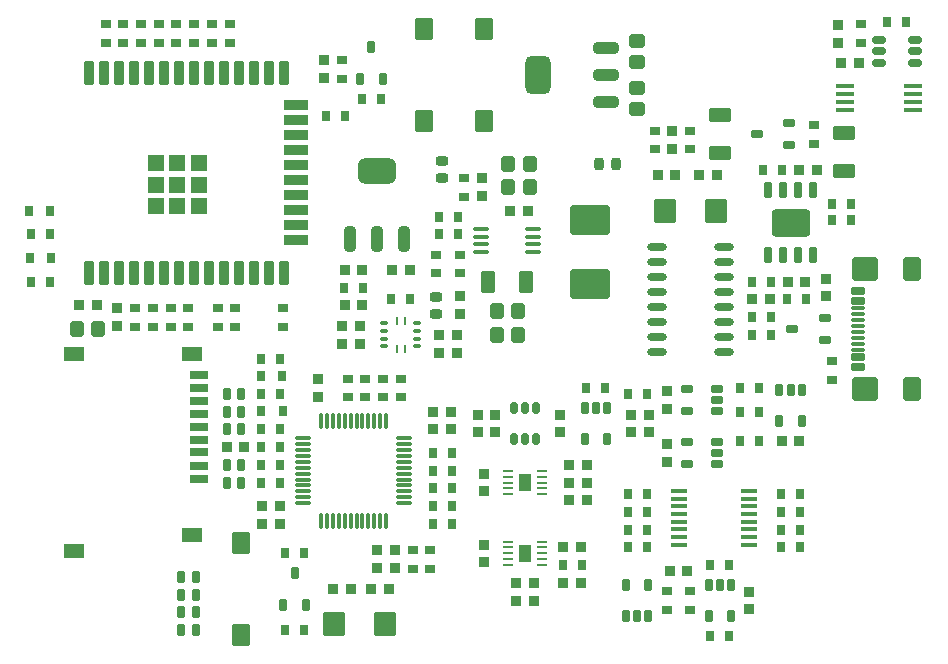
<source format=gtp>
G04*
G04 #@! TF.GenerationSoftware,Altium Limited,Altium Designer,23.1.1 (15)*
G04*
G04 Layer_Color=8421504*
%FSTAX24Y24*%
%MOIN*%
G70*
G04*
G04 #@! TF.SameCoordinates,744591E9-B7FF-4256-B3DA-537CD40D5A87*
G04*
G04*
G04 #@! TF.FilePolarity,Positive*
G04*
G01*
G75*
%ADD22R,0.0339X0.0106*%
G04:AMPARAMS|DCode=23|XSize=26mil|YSize=37mil|CornerRadius=2.6mil|HoleSize=0mil|Usage=FLASHONLY|Rotation=0.000|XOffset=0mil|YOffset=0mil|HoleType=Round|Shape=RoundedRectangle|*
%AMROUNDEDRECTD23*
21,1,0.0260,0.0318,0,0,0.0*
21,1,0.0208,0.0370,0,0,0.0*
1,1,0.0052,0.0104,-0.0159*
1,1,0.0052,-0.0104,-0.0159*
1,1,0.0052,-0.0104,0.0159*
1,1,0.0052,0.0104,0.0159*
%
%ADD23ROUNDEDRECTD23*%
%ADD24O,0.0551X0.0118*%
%ADD25O,0.0118X0.0551*%
G04:AMPARAMS|DCode=26|XSize=23.6mil|YSize=35.4mil|CornerRadius=2.4mil|HoleSize=0mil|Usage=FLASHONLY|Rotation=0.000|XOffset=0mil|YOffset=0mil|HoleType=Round|Shape=RoundedRectangle|*
%AMROUNDEDRECTD26*
21,1,0.0236,0.0307,0,0,0.0*
21,1,0.0189,0.0354,0,0,0.0*
1,1,0.0047,0.0094,-0.0154*
1,1,0.0047,-0.0094,-0.0154*
1,1,0.0047,-0.0094,0.0154*
1,1,0.0047,0.0094,0.0154*
%
%ADD26ROUNDEDRECTD26*%
G04:AMPARAMS|DCode=27|XSize=27.6mil|YSize=35.4mil|CornerRadius=2.8mil|HoleSize=0mil|Usage=FLASHONLY|Rotation=180.000|XOffset=0mil|YOffset=0mil|HoleType=Round|Shape=RoundedRectangle|*
%AMROUNDEDRECTD27*
21,1,0.0276,0.0299,0,0,180.0*
21,1,0.0220,0.0354,0,0,180.0*
1,1,0.0055,-0.0110,0.0150*
1,1,0.0055,0.0110,0.0150*
1,1,0.0055,0.0110,-0.0150*
1,1,0.0055,-0.0110,-0.0150*
%
%ADD27ROUNDEDRECTD27*%
G04:AMPARAMS|DCode=28|XSize=27.6mil|YSize=35.4mil|CornerRadius=2.8mil|HoleSize=0mil|Usage=FLASHONLY|Rotation=270.000|XOffset=0mil|YOffset=0mil|HoleType=Round|Shape=RoundedRectangle|*
%AMROUNDEDRECTD28*
21,1,0.0276,0.0299,0,0,270.0*
21,1,0.0220,0.0354,0,0,270.0*
1,1,0.0055,-0.0150,-0.0110*
1,1,0.0055,-0.0150,0.0110*
1,1,0.0055,0.0150,0.0110*
1,1,0.0055,0.0150,-0.0110*
%
%ADD28ROUNDEDRECTD28*%
%ADD29O,0.0669X0.0236*%
G04:AMPARAMS|DCode=30|XSize=23.6mil|YSize=39.4mil|CornerRadius=2.4mil|HoleSize=0mil|Usage=FLASHONLY|Rotation=180.000|XOffset=0mil|YOffset=0mil|HoleType=Round|Shape=RoundedRectangle|*
%AMROUNDEDRECTD30*
21,1,0.0236,0.0346,0,0,180.0*
21,1,0.0189,0.0394,0,0,180.0*
1,1,0.0047,-0.0094,0.0173*
1,1,0.0047,0.0094,0.0173*
1,1,0.0047,0.0094,-0.0173*
1,1,0.0047,-0.0094,-0.0173*
%
%ADD30ROUNDEDRECTD30*%
G04:AMPARAMS|DCode=31|XSize=74.8mil|YSize=78.7mil|CornerRadius=7.5mil|HoleSize=0mil|Usage=FLASHONLY|Rotation=0.000|XOffset=0mil|YOffset=0mil|HoleType=Round|Shape=RoundedRectangle|*
%AMROUNDEDRECTD31*
21,1,0.0748,0.0638,0,0,0.0*
21,1,0.0598,0.0787,0,0,0.0*
1,1,0.0150,0.0299,-0.0319*
1,1,0.0150,-0.0299,-0.0319*
1,1,0.0150,-0.0299,0.0319*
1,1,0.0150,0.0299,0.0319*
%
%ADD31ROUNDEDRECTD31*%
G04:AMPARAMS|DCode=32|XSize=23.6mil|YSize=43.3mil|CornerRadius=5.9mil|HoleSize=0mil|Usage=FLASHONLY|Rotation=270.000|XOffset=0mil|YOffset=0mil|HoleType=Round|Shape=RoundedRectangle|*
%AMROUNDEDRECTD32*
21,1,0.0236,0.0315,0,0,270.0*
21,1,0.0118,0.0433,0,0,270.0*
1,1,0.0118,-0.0157,-0.0059*
1,1,0.0118,-0.0157,0.0059*
1,1,0.0118,0.0157,0.0059*
1,1,0.0118,0.0157,-0.0059*
%
%ADD32ROUNDEDRECTD32*%
G04:AMPARAMS|DCode=33|XSize=35.4mil|YSize=35.4mil|CornerRadius=8.9mil|HoleSize=0mil|Usage=FLASHONLY|Rotation=180.000|XOffset=0mil|YOffset=0mil|HoleType=Round|Shape=RoundedRectangle|*
%AMROUNDEDRECTD33*
21,1,0.0354,0.0177,0,0,180.0*
21,1,0.0177,0.0354,0,0,180.0*
1,1,0.0177,-0.0089,0.0089*
1,1,0.0177,0.0089,0.0089*
1,1,0.0177,0.0089,-0.0089*
1,1,0.0177,-0.0089,-0.0089*
%
%ADD33ROUNDEDRECTD33*%
G04:AMPARAMS|DCode=34|XSize=45.3mil|YSize=55.1mil|CornerRadius=11.3mil|HoleSize=0mil|Usage=FLASHONLY|Rotation=90.000|XOffset=0mil|YOffset=0mil|HoleType=Round|Shape=RoundedRectangle|*
%AMROUNDEDRECTD34*
21,1,0.0453,0.0325,0,0,90.0*
21,1,0.0226,0.0551,0,0,90.0*
1,1,0.0226,0.0162,0.0113*
1,1,0.0226,0.0162,-0.0113*
1,1,0.0226,-0.0162,-0.0113*
1,1,0.0226,-0.0162,0.0113*
%
%ADD34ROUNDEDRECTD34*%
G04:AMPARAMS|DCode=35|XSize=45.3mil|YSize=55.1mil|CornerRadius=11.3mil|HoleSize=0mil|Usage=FLASHONLY|Rotation=0.000|XOffset=0mil|YOffset=0mil|HoleType=Round|Shape=RoundedRectangle|*
%AMROUNDEDRECTD35*
21,1,0.0453,0.0325,0,0,0.0*
21,1,0.0226,0.0551,0,0,0.0*
1,1,0.0226,0.0113,-0.0162*
1,1,0.0226,-0.0113,-0.0162*
1,1,0.0226,-0.0113,0.0162*
1,1,0.0226,0.0113,0.0162*
%
%ADD35ROUNDEDRECTD35*%
G04:AMPARAMS|DCode=36|XSize=133.9mil|YSize=98.4mil|CornerRadius=9.8mil|HoleSize=0mil|Usage=FLASHONLY|Rotation=0.000|XOffset=0mil|YOffset=0mil|HoleType=Round|Shape=RoundedRectangle|*
%AMROUNDEDRECTD36*
21,1,0.1339,0.0787,0,0,0.0*
21,1,0.1142,0.0984,0,0,0.0*
1,1,0.0197,0.0571,-0.0394*
1,1,0.0197,-0.0571,-0.0394*
1,1,0.0197,-0.0571,0.0394*
1,1,0.0197,0.0571,0.0394*
%
%ADD36ROUNDEDRECTD36*%
%ADD37R,0.0650X0.0500*%
%ADD38R,0.0591X0.0270*%
%ADD39R,0.0700X0.0500*%
G04:AMPARAMS|DCode=40|XSize=35.4mil|YSize=35.4mil|CornerRadius=8.9mil|HoleSize=0mil|Usage=FLASHONLY|Rotation=270.000|XOffset=0mil|YOffset=0mil|HoleType=Round|Shape=RoundedRectangle|*
%AMROUNDEDRECTD40*
21,1,0.0354,0.0177,0,0,270.0*
21,1,0.0177,0.0354,0,0,270.0*
1,1,0.0177,-0.0089,-0.0089*
1,1,0.0177,-0.0089,0.0089*
1,1,0.0177,0.0089,0.0089*
1,1,0.0177,0.0089,-0.0089*
%
%ADD40ROUNDEDRECTD40*%
G04:AMPARAMS|DCode=41|XSize=23.6mil|YSize=43.3mil|CornerRadius=5.9mil|HoleSize=0mil|Usage=FLASHONLY|Rotation=180.000|XOffset=0mil|YOffset=0mil|HoleType=Round|Shape=RoundedRectangle|*
%AMROUNDEDRECTD41*
21,1,0.0236,0.0315,0,0,180.0*
21,1,0.0118,0.0433,0,0,180.0*
1,1,0.0118,-0.0059,0.0157*
1,1,0.0118,0.0059,0.0157*
1,1,0.0118,0.0059,-0.0157*
1,1,0.0118,-0.0059,-0.0157*
%
%ADD41ROUNDEDRECTD41*%
G04:AMPARAMS|DCode=42|XSize=23.6mil|YSize=39.4mil|CornerRadius=5.9mil|HoleSize=0mil|Usage=FLASHONLY|Rotation=0.000|XOffset=0mil|YOffset=0mil|HoleType=Round|Shape=RoundedRectangle|*
%AMROUNDEDRECTD42*
21,1,0.0236,0.0276,0,0,0.0*
21,1,0.0118,0.0394,0,0,0.0*
1,1,0.0118,0.0059,-0.0138*
1,1,0.0118,-0.0059,-0.0138*
1,1,0.0118,-0.0059,0.0138*
1,1,0.0118,0.0059,0.0138*
%
%ADD42ROUNDEDRECTD42*%
%ADD43O,0.0551X0.0157*%
G04:AMPARAMS|DCode=44|XSize=23.6mil|YSize=11.8mil|CornerRadius=1.2mil|HoleSize=0mil|Usage=FLASHONLY|Rotation=0.000|XOffset=0mil|YOffset=0mil|HoleType=Round|Shape=RoundedRectangle|*
%AMROUNDEDRECTD44*
21,1,0.0236,0.0094,0,0,0.0*
21,1,0.0213,0.0118,0,0,0.0*
1,1,0.0024,0.0106,-0.0047*
1,1,0.0024,-0.0106,-0.0047*
1,1,0.0024,-0.0106,0.0047*
1,1,0.0024,0.0106,0.0047*
%
%ADD44ROUNDEDRECTD44*%
G04:AMPARAMS|DCode=45|XSize=9.1mil|YSize=28.5mil|CornerRadius=0.9mil|HoleSize=0mil|Usage=FLASHONLY|Rotation=0.000|XOffset=0mil|YOffset=0mil|HoleType=Round|Shape=RoundedRectangle|*
%AMROUNDEDRECTD45*
21,1,0.0091,0.0267,0,0,0.0*
21,1,0.0072,0.0285,0,0,0.0*
1,1,0.0018,0.0036,-0.0134*
1,1,0.0018,-0.0036,-0.0134*
1,1,0.0018,-0.0036,0.0134*
1,1,0.0018,0.0036,0.0134*
%
%ADD45ROUNDEDRECTD45*%
%ADD46O,0.0531X0.0157*%
G04:AMPARAMS|DCode=47|XSize=31.5mil|YSize=41.3mil|CornerRadius=7.9mil|HoleSize=0mil|Usage=FLASHONLY|Rotation=180.000|XOffset=0mil|YOffset=0mil|HoleType=Round|Shape=RoundedRectangle|*
%AMROUNDEDRECTD47*
21,1,0.0315,0.0256,0,0,180.0*
21,1,0.0157,0.0413,0,0,180.0*
1,1,0.0157,-0.0079,0.0128*
1,1,0.0157,0.0079,0.0128*
1,1,0.0157,0.0079,-0.0128*
1,1,0.0157,-0.0079,-0.0128*
%
%ADD47ROUNDEDRECTD47*%
G04:AMPARAMS|DCode=48|XSize=31.5mil|YSize=41.3mil|CornerRadius=7.9mil|HoleSize=0mil|Usage=FLASHONLY|Rotation=270.000|XOffset=0mil|YOffset=0mil|HoleType=Round|Shape=RoundedRectangle|*
%AMROUNDEDRECTD48*
21,1,0.0315,0.0256,0,0,270.0*
21,1,0.0157,0.0413,0,0,270.0*
1,1,0.0157,-0.0128,-0.0079*
1,1,0.0157,-0.0128,0.0079*
1,1,0.0157,0.0128,0.0079*
1,1,0.0157,0.0128,-0.0079*
%
%ADD48ROUNDEDRECTD48*%
G04:AMPARAMS|DCode=49|XSize=47.2mil|YSize=70.9mil|CornerRadius=4.7mil|HoleSize=0mil|Usage=FLASHONLY|Rotation=0.000|XOffset=0mil|YOffset=0mil|HoleType=Round|Shape=RoundedRectangle|*
%AMROUNDEDRECTD49*
21,1,0.0472,0.0614,0,0,0.0*
21,1,0.0378,0.0709,0,0,0.0*
1,1,0.0094,0.0189,-0.0307*
1,1,0.0094,-0.0189,-0.0307*
1,1,0.0094,-0.0189,0.0307*
1,1,0.0094,0.0189,0.0307*
%
%ADD49ROUNDEDRECTD49*%
G04:AMPARAMS|DCode=50|XSize=47.2mil|YSize=70.9mil|CornerRadius=4.7mil|HoleSize=0mil|Usage=FLASHONLY|Rotation=270.000|XOffset=0mil|YOffset=0mil|HoleType=Round|Shape=RoundedRectangle|*
%AMROUNDEDRECTD50*
21,1,0.0472,0.0614,0,0,270.0*
21,1,0.0378,0.0709,0,0,270.0*
1,1,0.0094,-0.0307,-0.0189*
1,1,0.0094,-0.0307,0.0189*
1,1,0.0094,0.0307,0.0189*
1,1,0.0094,0.0307,-0.0189*
%
%ADD50ROUNDEDRECTD50*%
G04:AMPARAMS|DCode=51|XSize=78.7mil|YSize=35.4mil|CornerRadius=5.3mil|HoleSize=0mil|Usage=FLASHONLY|Rotation=90.000|XOffset=0mil|YOffset=0mil|HoleType=Round|Shape=RoundedRectangle|*
%AMROUNDEDRECTD51*
21,1,0.0787,0.0248,0,0,90.0*
21,1,0.0681,0.0354,0,0,90.0*
1,1,0.0106,0.0124,0.0341*
1,1,0.0106,0.0124,-0.0341*
1,1,0.0106,-0.0124,-0.0341*
1,1,0.0106,-0.0124,0.0341*
%
%ADD51ROUNDEDRECTD51*%
G04:AMPARAMS|DCode=52|XSize=35.4mil|YSize=78.7mil|CornerRadius=3.5mil|HoleSize=0mil|Usage=FLASHONLY|Rotation=90.000|XOffset=0mil|YOffset=0mil|HoleType=Round|Shape=RoundedRectangle|*
%AMROUNDEDRECTD52*
21,1,0.0354,0.0717,0,0,90.0*
21,1,0.0283,0.0787,0,0,90.0*
1,1,0.0071,0.0358,0.0142*
1,1,0.0071,0.0358,-0.0142*
1,1,0.0071,-0.0358,-0.0142*
1,1,0.0071,-0.0358,0.0142*
%
%ADD52ROUNDEDRECTD52*%
%ADD53R,0.0524X0.0524*%
G04:AMPARAMS|DCode=54|XSize=23.6mil|YSize=39.4mil|CornerRadius=2.4mil|HoleSize=0mil|Usage=FLASHONLY|Rotation=270.000|XOffset=0mil|YOffset=0mil|HoleType=Round|Shape=RoundedRectangle|*
%AMROUNDEDRECTD54*
21,1,0.0236,0.0346,0,0,270.0*
21,1,0.0189,0.0394,0,0,270.0*
1,1,0.0047,-0.0173,-0.0094*
1,1,0.0047,-0.0173,0.0094*
1,1,0.0047,0.0173,0.0094*
1,1,0.0047,0.0173,-0.0094*
%
%ADD54ROUNDEDRECTD54*%
G04:AMPARAMS|DCode=55|XSize=61.4mil|YSize=15.7mil|CornerRadius=2mil|HoleSize=0mil|Usage=FLASHONLY|Rotation=0.000|XOffset=0mil|YOffset=0mil|HoleType=Round|Shape=RoundedRectangle|*
%AMROUNDEDRECTD55*
21,1,0.0614,0.0118,0,0,0.0*
21,1,0.0575,0.0157,0,0,0.0*
1,1,0.0039,0.0287,-0.0059*
1,1,0.0039,-0.0287,-0.0059*
1,1,0.0039,-0.0287,0.0059*
1,1,0.0039,0.0287,0.0059*
%
%ADD55ROUNDEDRECTD55*%
G04:AMPARAMS|DCode=56|XSize=70.9mil|YSize=59.1mil|CornerRadius=3mil|HoleSize=0mil|Usage=FLASHONLY|Rotation=90.000|XOffset=0mil|YOffset=0mil|HoleType=Round|Shape=RoundedRectangle|*
%AMROUNDEDRECTD56*
21,1,0.0709,0.0531,0,0,90.0*
21,1,0.0650,0.0591,0,0,90.0*
1,1,0.0059,0.0266,0.0325*
1,1,0.0059,0.0266,-0.0325*
1,1,0.0059,-0.0266,-0.0325*
1,1,0.0059,-0.0266,0.0325*
%
%ADD56ROUNDEDRECTD56*%
G04:AMPARAMS|DCode=57|XSize=45.3mil|YSize=23.6mil|CornerRadius=2.4mil|HoleSize=0mil|Usage=FLASHONLY|Rotation=180.000|XOffset=0mil|YOffset=0mil|HoleType=Round|Shape=RoundedRectangle|*
%AMROUNDEDRECTD57*
21,1,0.0453,0.0189,0,0,180.0*
21,1,0.0406,0.0236,0,0,180.0*
1,1,0.0047,-0.0203,0.0094*
1,1,0.0047,0.0203,0.0094*
1,1,0.0047,0.0203,-0.0094*
1,1,0.0047,-0.0203,-0.0094*
%
%ADD57ROUNDEDRECTD57*%
G04:AMPARAMS|DCode=58|XSize=45.3mil|YSize=11.8mil|CornerRadius=1.2mil|HoleSize=0mil|Usage=FLASHONLY|Rotation=180.000|XOffset=0mil|YOffset=0mil|HoleType=Round|Shape=RoundedRectangle|*
%AMROUNDEDRECTD58*
21,1,0.0453,0.0094,0,0,180.0*
21,1,0.0429,0.0118,0,0,180.0*
1,1,0.0024,-0.0215,0.0047*
1,1,0.0024,0.0215,0.0047*
1,1,0.0024,0.0215,-0.0047*
1,1,0.0024,-0.0215,-0.0047*
%
%ADD58ROUNDEDRECTD58*%
G04:AMPARAMS|DCode=59|XSize=59.1mil|YSize=78.7mil|CornerRadius=5.9mil|HoleSize=0mil|Usage=FLASHONLY|Rotation=180.000|XOffset=0mil|YOffset=0mil|HoleType=Round|Shape=RoundedRectangle|*
%AMROUNDEDRECTD59*
21,1,0.0591,0.0669,0,0,180.0*
21,1,0.0472,0.0787,0,0,180.0*
1,1,0.0118,-0.0236,0.0335*
1,1,0.0118,0.0236,0.0335*
1,1,0.0118,0.0236,-0.0335*
1,1,0.0118,-0.0236,-0.0335*
%
%ADD59ROUNDEDRECTD59*%
G04:AMPARAMS|DCode=60|XSize=85.8mil|YSize=78.7mil|CornerRadius=7.9mil|HoleSize=0mil|Usage=FLASHONLY|Rotation=180.000|XOffset=0mil|YOffset=0mil|HoleType=Round|Shape=RoundedRectangle|*
%AMROUNDEDRECTD60*
21,1,0.0858,0.0630,0,0,180.0*
21,1,0.0701,0.0787,0,0,180.0*
1,1,0.0157,-0.0350,0.0315*
1,1,0.0157,0.0350,0.0315*
1,1,0.0157,0.0350,-0.0315*
1,1,0.0157,-0.0350,-0.0315*
%
%ADD60ROUNDEDRECTD60*%
G04:AMPARAMS|DCode=61|XSize=37.4mil|YSize=84.6mil|CornerRadius=9.4mil|HoleSize=0mil|Usage=FLASHONLY|Rotation=270.000|XOffset=0mil|YOffset=0mil|HoleType=Round|Shape=RoundedRectangle|*
%AMROUNDEDRECTD61*
21,1,0.0374,0.0659,0,0,270.0*
21,1,0.0187,0.0846,0,0,270.0*
1,1,0.0187,-0.0330,-0.0094*
1,1,0.0187,-0.0330,0.0094*
1,1,0.0187,0.0330,0.0094*
1,1,0.0187,0.0330,-0.0094*
%
%ADD61ROUNDEDRECTD61*%
G04:AMPARAMS|DCode=62|XSize=128mil|YSize=84.6mil|CornerRadius=21.2mil|HoleSize=0mil|Usage=FLASHONLY|Rotation=270.000|XOffset=0mil|YOffset=0mil|HoleType=Round|Shape=RoundedRectangle|*
%AMROUNDEDRECTD62*
21,1,0.1280,0.0423,0,0,270.0*
21,1,0.0856,0.0846,0,0,270.0*
1,1,0.0423,-0.0212,-0.0428*
1,1,0.0423,-0.0212,0.0428*
1,1,0.0423,0.0212,0.0428*
1,1,0.0423,0.0212,-0.0428*
%
%ADD62ROUNDEDRECTD62*%
G04:AMPARAMS|DCode=63|XSize=37.4mil|YSize=84.6mil|CornerRadius=9.4mil|HoleSize=0mil|Usage=FLASHONLY|Rotation=180.000|XOffset=0mil|YOffset=0mil|HoleType=Round|Shape=RoundedRectangle|*
%AMROUNDEDRECTD63*
21,1,0.0374,0.0659,0,0,180.0*
21,1,0.0187,0.0846,0,0,180.0*
1,1,0.0187,-0.0094,0.0330*
1,1,0.0187,0.0094,0.0330*
1,1,0.0187,0.0094,-0.0330*
1,1,0.0187,-0.0094,-0.0330*
%
%ADD63ROUNDEDRECTD63*%
G04:AMPARAMS|DCode=64|XSize=128mil|YSize=84.6mil|CornerRadius=21.2mil|HoleSize=0mil|Usage=FLASHONLY|Rotation=180.000|XOffset=0mil|YOffset=0mil|HoleType=Round|Shape=RoundedRectangle|*
%AMROUNDEDRECTD64*
21,1,0.1280,0.0423,0,0,180.0*
21,1,0.0856,0.0846,0,0,180.0*
1,1,0.0423,-0.0428,0.0212*
1,1,0.0423,0.0428,0.0212*
1,1,0.0423,0.0428,-0.0212*
1,1,0.0423,-0.0428,-0.0212*
%
%ADD64ROUNDEDRECTD64*%
G04:AMPARAMS|DCode=65|XSize=90.6mil|YSize=126mil|CornerRadius=9.1mil|HoleSize=0mil|Usage=FLASHONLY|Rotation=90.000|XOffset=0mil|YOffset=0mil|HoleType=Round|Shape=RoundedRectangle|*
%AMROUNDEDRECTD65*
21,1,0.0906,0.1079,0,0,90.0*
21,1,0.0724,0.1260,0,0,90.0*
1,1,0.0181,0.0539,0.0362*
1,1,0.0181,0.0539,-0.0362*
1,1,0.0181,-0.0539,-0.0362*
1,1,0.0181,-0.0539,0.0362*
%
%ADD65ROUNDEDRECTD65*%
G04:AMPARAMS|DCode=66|XSize=51.2mil|YSize=25.6mil|CornerRadius=2.6mil|HoleSize=0mil|Usage=FLASHONLY|Rotation=90.000|XOffset=0mil|YOffset=0mil|HoleType=Round|Shape=RoundedRectangle|*
%AMROUNDEDRECTD66*
21,1,0.0512,0.0205,0,0,90.0*
21,1,0.0461,0.0256,0,0,90.0*
1,1,0.0051,0.0102,0.0230*
1,1,0.0051,0.0102,-0.0230*
1,1,0.0051,-0.0102,-0.0230*
1,1,0.0051,-0.0102,0.0230*
%
%ADD66ROUNDEDRECTD66*%
G04:AMPARAMS|DCode=67|XSize=23.6mil|YSize=47.2mil|CornerRadius=5.9mil|HoleSize=0mil|Usage=FLASHONLY|Rotation=270.000|XOffset=0mil|YOffset=0mil|HoleType=Round|Shape=RoundedRectangle|*
%AMROUNDEDRECTD67*
21,1,0.0236,0.0354,0,0,270.0*
21,1,0.0118,0.0472,0,0,270.0*
1,1,0.0118,-0.0177,-0.0059*
1,1,0.0118,-0.0177,0.0059*
1,1,0.0118,0.0177,0.0059*
1,1,0.0118,0.0177,-0.0059*
%
%ADD67ROUNDEDRECTD67*%
G36*
X13326Y051674D02*
X133669D01*
Y051082D01*
X13326D01*
Y051674D01*
D02*
G37*
G36*
Y054036D02*
X133669D01*
Y053444D01*
X13326D01*
Y054036D01*
D02*
G37*
D22*
X1329Y051772D02*
D03*
Y051575D02*
D03*
Y051378D02*
D03*
Y051181D02*
D03*
Y050984D02*
D03*
X13403Y051772D02*
D03*
Y051575D02*
D03*
Y051378D02*
D03*
Y051181D02*
D03*
Y050984D02*
D03*
Y053346D02*
D03*
Y053543D02*
D03*
Y05374D02*
D03*
Y053937D02*
D03*
Y054134D02*
D03*
X1329Y053346D02*
D03*
Y053543D02*
D03*
Y05374D02*
D03*
Y053937D02*
D03*
Y054134D02*
D03*
D23*
X121999Y050591D02*
D03*
X122489Y050591D02*
D03*
Y048819D02*
D03*
X121999D02*
D03*
X122489Y049409D02*
D03*
X121999D02*
D03*
X122489Y05D02*
D03*
X121999D02*
D03*
X124016Y055512D02*
D03*
X123526D02*
D03*
X124016Y05374D02*
D03*
X123526D02*
D03*
X124016Y054331D02*
D03*
X123526D02*
D03*
X124016Y056693D02*
D03*
X123526D02*
D03*
X124016Y056102D02*
D03*
X123526D02*
D03*
D24*
X126083Y053051D02*
D03*
X126083Y053642D02*
D03*
X126083Y053839D02*
D03*
Y054035D02*
D03*
Y054232D02*
D03*
Y054429D02*
D03*
X126083Y054626D02*
D03*
X126083Y054823D02*
D03*
Y05502D02*
D03*
Y055217D02*
D03*
X129429D02*
D03*
X129429Y054823D02*
D03*
Y054626D02*
D03*
Y054429D02*
D03*
Y054232D02*
D03*
X129429Y054035D02*
D03*
Y053839D02*
D03*
X129429Y053642D02*
D03*
Y053445D02*
D03*
Y053248D02*
D03*
Y053051D02*
D03*
Y05502D02*
D03*
X126083Y053248D02*
D03*
Y053445D02*
D03*
D25*
X126673Y055807D02*
D03*
X127067D02*
D03*
X127264D02*
D03*
X127461Y055807D02*
D03*
X127657D02*
D03*
X127854Y055807D02*
D03*
X128051D02*
D03*
X128248D02*
D03*
X128445D02*
D03*
X128839Y055807D02*
D03*
Y052461D02*
D03*
X128642D02*
D03*
X128445D02*
D03*
X128248Y052461D02*
D03*
X127854Y052461D02*
D03*
X127657D02*
D03*
X127461D02*
D03*
X127264Y052461D02*
D03*
X127067D02*
D03*
X12687D02*
D03*
X126673Y052461D02*
D03*
X128051Y052461D02*
D03*
X12687Y055807D02*
D03*
X128642D02*
D03*
D26*
X116923Y062785D02*
D03*
X117638Y062785D02*
D03*
X116953Y06122D02*
D03*
X117668Y061221D02*
D03*
X124655Y057283D02*
D03*
X12537Y057283D02*
D03*
X1254Y056112D02*
D03*
X124685Y056112D02*
D03*
D27*
X117638Y062008D02*
D03*
X117008D02*
D03*
X125315Y056693D02*
D03*
X124685D02*
D03*
X117638Y060433D02*
D03*
X117008D02*
D03*
X125315Y057874D02*
D03*
X124685D02*
D03*
X12685Y065945D02*
D03*
X12748D02*
D03*
X131024Y052362D02*
D03*
X130394D02*
D03*
X131024Y054724D02*
D03*
X130394D02*
D03*
X131024Y054134D02*
D03*
X130394D02*
D03*
X131024Y053543D02*
D03*
X130394D02*
D03*
X131024Y052953D02*
D03*
X130394D02*
D03*
X125472Y048819D02*
D03*
X126102D02*
D03*
Y051378D02*
D03*
X125472D02*
D03*
X130591Y062598D02*
D03*
X13122D02*
D03*
Y062008D02*
D03*
X130591D02*
D03*
X139646Y048622D02*
D03*
X140276D02*
D03*
X135354Y050984D02*
D03*
X134724D02*
D03*
X139646Y050984D02*
D03*
X140276D02*
D03*
X142008Y052756D02*
D03*
X142638D02*
D03*
X142008Y052165D02*
D03*
X142638D02*
D03*
X142008Y053346D02*
D03*
X142638D02*
D03*
X142008Y051575D02*
D03*
X142638D02*
D03*
X13752Y053346D02*
D03*
X13689D02*
D03*
X13752Y051575D02*
D03*
X13689D02*
D03*
X13752Y052165D02*
D03*
X13689D02*
D03*
X13752Y052756D02*
D03*
X13689D02*
D03*
X14126Y056102D02*
D03*
X14063D02*
D03*
X14126Y05689D02*
D03*
X14063D02*
D03*
Y055118D02*
D03*
X14126D02*
D03*
X13689Y056693D02*
D03*
X13752D02*
D03*
X136142Y05689D02*
D03*
X135512D02*
D03*
X129646Y059843D02*
D03*
X129016D02*
D03*
X146181Y069094D02*
D03*
X145551D02*
D03*
X128071Y060236D02*
D03*
X127441D02*
D03*
X142047Y064173D02*
D03*
X141417D02*
D03*
X141024Y060433D02*
D03*
X141654D02*
D03*
X143701Y063032D02*
D03*
X144331D02*
D03*
X143701Y06248D02*
D03*
X144331D02*
D03*
X142205Y059843D02*
D03*
X142835D02*
D03*
X141024Y058661D02*
D03*
X141654D02*
D03*
X141024Y059252D02*
D03*
X141654D02*
D03*
X128032Y066535D02*
D03*
X128661D02*
D03*
X124685Y055512D02*
D03*
X125315Y055512D02*
D03*
X124685Y054921D02*
D03*
X125315D02*
D03*
X124685Y054331D02*
D03*
X125315D02*
D03*
Y05374D02*
D03*
X124685D02*
D03*
D28*
X12126Y069016D02*
D03*
Y068386D02*
D03*
X120669Y069016D02*
D03*
Y068386D02*
D03*
X120079D02*
D03*
Y069016D02*
D03*
X122441Y068386D02*
D03*
Y069016D02*
D03*
X123032Y068386D02*
D03*
Y069016D02*
D03*
X123622Y068386D02*
D03*
Y069016D02*
D03*
X122244Y059567D02*
D03*
Y058937D02*
D03*
X123819Y059567D02*
D03*
Y058937D02*
D03*
X123228Y059567D02*
D03*
Y058937D02*
D03*
X119488Y068386D02*
D03*
Y069016D02*
D03*
X12185Y068386D02*
D03*
Y069016D02*
D03*
X130315Y050866D02*
D03*
Y051496D02*
D03*
X127559Y057205D02*
D03*
Y056575D02*
D03*
X12815Y057205D02*
D03*
Y056575D02*
D03*
X129724Y050866D02*
D03*
Y051496D02*
D03*
X144685Y068386D02*
D03*
Y069016D02*
D03*
X131437Y063268D02*
D03*
Y063898D02*
D03*
X130512Y060709D02*
D03*
Y061339D02*
D03*
X131299D02*
D03*
Y060709D02*
D03*
X138976Y049488D02*
D03*
Y050118D02*
D03*
X138189Y050118D02*
D03*
Y049488D02*
D03*
X137795Y064843D02*
D03*
Y065472D02*
D03*
X138976D02*
D03*
Y064843D02*
D03*
X14311Y065039D02*
D03*
Y065669D02*
D03*
X143701Y057165D02*
D03*
Y057795D02*
D03*
X127362Y067205D02*
D03*
Y067835D02*
D03*
X125394Y059567D02*
D03*
Y058937D02*
D03*
X121654Y059567D02*
D03*
Y058937D02*
D03*
X121063Y059567D02*
D03*
Y058937D02*
D03*
X120472Y059567D02*
D03*
Y058937D02*
D03*
X129331Y057205D02*
D03*
Y056575D02*
D03*
X12874Y057205D02*
D03*
Y056575D02*
D03*
D29*
X137854Y059093D02*
D03*
X137854Y058593D02*
D03*
X137854Y058093D02*
D03*
X140098Y061593D02*
D03*
X140098Y061093D02*
D03*
X140098Y060593D02*
D03*
Y060093D02*
D03*
Y059593D02*
D03*
Y059093D02*
D03*
X140098Y058593D02*
D03*
X140098Y058093D02*
D03*
X137854Y061593D02*
D03*
X137854Y061093D02*
D03*
X137854Y060593D02*
D03*
Y060093D02*
D03*
Y059593D02*
D03*
D30*
X125413Y049656D02*
D03*
X126161D02*
D03*
X125787Y050738D02*
D03*
X128346Y068258D02*
D03*
X12872Y067175D02*
D03*
X127972Y067175D02*
D03*
D31*
X127106Y049016D02*
D03*
X128799D02*
D03*
X13813Y062795D02*
D03*
X139823D02*
D03*
D32*
X138858Y055098D02*
D03*
X139882Y054724D02*
D03*
Y05435D02*
D03*
Y055098D02*
D03*
X138858Y05435D02*
D03*
Y05687D02*
D03*
X139882Y056496D02*
D03*
Y056122D02*
D03*
Y05687D02*
D03*
X138858Y056122D02*
D03*
D33*
X13061Y058661D02*
D03*
X131201D02*
D03*
X13376Y049803D02*
D03*
X133169D02*
D03*
X13376Y050394D02*
D03*
X133169D02*
D03*
X135335Y051575D02*
D03*
X134744D02*
D03*
X135335Y050394D02*
D03*
X134744D02*
D03*
X134941Y05315D02*
D03*
X135532D02*
D03*
Y05374D02*
D03*
X134941D02*
D03*
Y054331D02*
D03*
X135532D02*
D03*
X142618Y055118D02*
D03*
X142028D02*
D03*
X129626Y060827D02*
D03*
X129035D02*
D03*
X133563Y062795D02*
D03*
X132972D02*
D03*
X131201Y058071D02*
D03*
X13061D02*
D03*
X127461Y059646D02*
D03*
X128051D02*
D03*
X119193Y059646D02*
D03*
X118602D02*
D03*
X141634Y059843D02*
D03*
X141043D02*
D03*
X124114Y054921D02*
D03*
X123524D02*
D03*
X139272Y063976D02*
D03*
X139862D02*
D03*
X137894Y063976D02*
D03*
X138484D02*
D03*
X143209Y064173D02*
D03*
X142618D02*
D03*
X142815Y060433D02*
D03*
X142224Y060433D02*
D03*
X144587Y067717D02*
D03*
X143996D02*
D03*
X128051Y060827D02*
D03*
X127461D02*
D03*
X138878Y050787D02*
D03*
X138287D02*
D03*
X128937Y050197D02*
D03*
X128346D02*
D03*
X124705Y052953D02*
D03*
X125295D02*
D03*
X130413Y056102D02*
D03*
X131004D02*
D03*
X125295Y052362D02*
D03*
X124705D02*
D03*
X131004Y055512D02*
D03*
X130413Y055512D02*
D03*
X127657Y050197D02*
D03*
X127067D02*
D03*
D34*
X137205Y06689D02*
D03*
Y066181D02*
D03*
Y068465D02*
D03*
Y067756D02*
D03*
D35*
X119252Y058858D02*
D03*
X118543D02*
D03*
X133622Y06437D02*
D03*
X132913D02*
D03*
X133622Y063583D02*
D03*
X132913Y063583D02*
D03*
X13252Y059449D02*
D03*
X133228Y059449D02*
D03*
X13252Y058661D02*
D03*
X133228Y058661D02*
D03*
D36*
X13563Y062487D02*
D03*
Y060347D02*
D03*
D37*
X122382Y051984D02*
D03*
X122385Y058024D02*
D03*
D38*
X122589Y053874D02*
D03*
Y054307D02*
D03*
Y054741D02*
D03*
Y055174D02*
D03*
Y055607D02*
D03*
Y05604D02*
D03*
Y056473D02*
D03*
Y056906D02*
D03*
Y057339D02*
D03*
D39*
X118452Y058024D02*
D03*
Y051474D02*
D03*
D40*
X132087Y051673D02*
D03*
Y051083D02*
D03*
Y054035D02*
D03*
Y053445D02*
D03*
X13189Y056004D02*
D03*
Y055413D02*
D03*
X13248D02*
D03*
Y056004D02*
D03*
X134646D02*
D03*
Y055413D02*
D03*
X137008Y056004D02*
D03*
Y055413D02*
D03*
X137598D02*
D03*
Y056004D02*
D03*
X138189Y054429D02*
D03*
Y05502D02*
D03*
Y056791D02*
D03*
Y056201D02*
D03*
X140945Y049508D02*
D03*
X140945Y050098D02*
D03*
X132028Y063878D02*
D03*
Y063287D02*
D03*
X131299Y05935D02*
D03*
Y059941D02*
D03*
X127362Y058366D02*
D03*
Y058957D02*
D03*
X127953Y058957D02*
D03*
Y058366D02*
D03*
X119882Y058957D02*
D03*
Y059547D02*
D03*
X126772Y067224D02*
D03*
Y067815D02*
D03*
X143504Y059941D02*
D03*
Y060532D02*
D03*
X143898Y068406D02*
D03*
Y068996D02*
D03*
X138386Y065453D02*
D03*
X138386Y064862D02*
D03*
X128543Y051476D02*
D03*
Y050886D02*
D03*
X129134Y051476D02*
D03*
Y050886D02*
D03*
X126575Y057185D02*
D03*
Y056594D02*
D03*
D41*
X137579Y050315D02*
D03*
X137205Y049291D02*
D03*
X136831D02*
D03*
X137579D02*
D03*
X136831Y050315D02*
D03*
X135453Y055197D02*
D03*
X135827Y05622D02*
D03*
X136201Y05622D02*
D03*
X135453D02*
D03*
X136201Y055197D02*
D03*
X140335Y049291D02*
D03*
X139587Y050315D02*
D03*
X140335D02*
D03*
X139961D02*
D03*
X139587Y049291D02*
D03*
X141949Y055787D02*
D03*
X142323Y056811D02*
D03*
X142697D02*
D03*
X141949D02*
D03*
X142697Y055787D02*
D03*
D42*
X133091Y05624D02*
D03*
X133839Y055177D02*
D03*
X133465Y05624D02*
D03*
X133839D02*
D03*
X133091Y055177D02*
D03*
X133465Y055177D02*
D03*
D43*
X138602Y053455D02*
D03*
X138602Y053199D02*
D03*
X138602Y052943D02*
D03*
X138602Y052687D02*
D03*
X138602Y052431D02*
D03*
X138602Y052175D02*
D03*
Y051919D02*
D03*
Y051663D02*
D03*
X140925Y053455D02*
D03*
Y053199D02*
D03*
Y052943D02*
D03*
Y052687D02*
D03*
Y052431D02*
D03*
Y052175D02*
D03*
Y051919D02*
D03*
Y051663D02*
D03*
D44*
X129882Y058533D02*
D03*
X12878Y058789D02*
D03*
X129882Y058278D02*
D03*
Y059045D02*
D03*
X12878Y058278D02*
D03*
Y059045D02*
D03*
X129882Y058789D02*
D03*
X12878Y058533D02*
D03*
D45*
X129193Y059134D02*
D03*
X129469D02*
D03*
X129193Y058189D02*
D03*
X129469D02*
D03*
D46*
X131998Y062195D02*
D03*
X131998Y061939D02*
D03*
X131998Y061683D02*
D03*
Y061427D02*
D03*
X13375Y062195D02*
D03*
X13375Y061939D02*
D03*
X13375Y061683D02*
D03*
X13375Y061427D02*
D03*
D47*
X136496Y06437D02*
D03*
X135945Y06437D02*
D03*
D48*
X130512Y059921D02*
D03*
Y05937D02*
D03*
X130709Y064449D02*
D03*
Y063898D02*
D03*
D49*
X132239Y060433D02*
D03*
X133509Y060433D02*
D03*
D50*
X144094Y065399D02*
D03*
Y064129D02*
D03*
X139961Y065989D02*
D03*
Y064719D02*
D03*
D51*
X118933Y060715D02*
D03*
X119433Y060715D02*
D03*
X119933Y060715D02*
D03*
X120433Y060715D02*
D03*
X120933D02*
D03*
X121433Y060715D02*
D03*
X121933Y060715D02*
D03*
X122433Y060715D02*
D03*
X122933D02*
D03*
X123433Y060715D02*
D03*
X123933Y060715D02*
D03*
X124433Y060715D02*
D03*
X124933Y060715D02*
D03*
X125433D02*
D03*
X125433Y067407D02*
D03*
X124933Y067407D02*
D03*
X124433Y067407D02*
D03*
X123933Y067407D02*
D03*
X123433D02*
D03*
X122933D02*
D03*
X122433Y067407D02*
D03*
X121933Y067407D02*
D03*
X121433Y067407D02*
D03*
X120933D02*
D03*
X120433D02*
D03*
X119933Y067407D02*
D03*
X119433Y067407D02*
D03*
X118933Y067407D02*
D03*
D52*
X125827Y061811D02*
D03*
Y062311D02*
D03*
Y062811D02*
D03*
Y063311D02*
D03*
Y063811D02*
D03*
Y064311D02*
D03*
X125827Y064811D02*
D03*
X125827Y065311D02*
D03*
Y065811D02*
D03*
Y066311D02*
D03*
D53*
X121163Y062945D02*
D03*
X121163Y063667D02*
D03*
Y06439D02*
D03*
X121886Y062945D02*
D03*
X121886Y063667D02*
D03*
Y06439D02*
D03*
X122608Y062945D02*
D03*
X122608Y063667D02*
D03*
X122608Y06439D02*
D03*
D54*
X142274Y06498D02*
D03*
Y065728D02*
D03*
X141191Y065354D02*
D03*
X142372Y058858D02*
D03*
X143455Y059232D02*
D03*
Y058484D02*
D03*
D55*
X144142Y066941D02*
D03*
X144142Y066685D02*
D03*
X144142Y06643D02*
D03*
X144142Y066174D02*
D03*
X146409D02*
D03*
Y06643D02*
D03*
Y066685D02*
D03*
Y066941D02*
D03*
D56*
X124016Y048661D02*
D03*
Y051732D02*
D03*
X132087Y068858D02*
D03*
Y065787D02*
D03*
X130118Y068858D02*
D03*
Y065787D02*
D03*
D57*
X144581Y057913D02*
D03*
Y059803D02*
D03*
X144581Y060118D02*
D03*
Y057598D02*
D03*
D58*
Y059154D02*
D03*
Y05876D02*
D03*
Y058957D02*
D03*
Y058563D02*
D03*
Y059547D02*
D03*
Y058366D02*
D03*
Y05935D02*
D03*
Y058169D02*
D03*
D59*
X146364Y06087D02*
D03*
Y056846D02*
D03*
D60*
X144817Y06087D02*
D03*
Y056846D02*
D03*
D61*
X136181Y067323D02*
D03*
Y068228D02*
D03*
X136181Y066417D02*
D03*
D62*
X133898Y067323D02*
D03*
D63*
X128543Y06185D02*
D03*
X129449D02*
D03*
X127638Y06185D02*
D03*
D64*
X128543Y064134D02*
D03*
D65*
X142323Y062402D02*
D03*
D66*
X142073Y063494D02*
D03*
X141573Y063494D02*
D03*
X142573D02*
D03*
X143073Y063494D02*
D03*
X142073Y061329D02*
D03*
X141573Y061329D02*
D03*
X142573Y061329D02*
D03*
X143073D02*
D03*
D67*
X145276Y06811D02*
D03*
X145276Y068484D02*
D03*
X146457Y067736D02*
D03*
Y06811D02*
D03*
X145276Y067736D02*
D03*
X146457Y068484D02*
D03*
M02*

</source>
